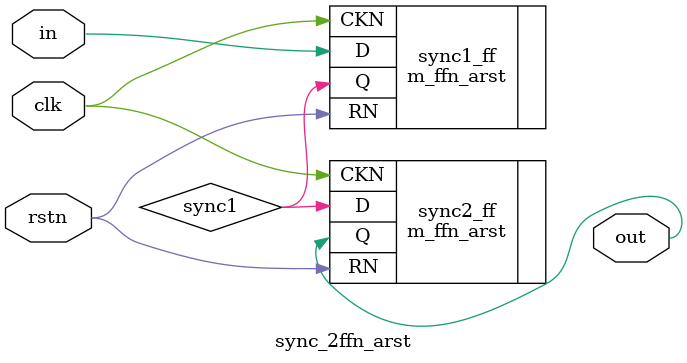
<source format=v>
module sync_2ffn_arst (
  input  rstn,
  input  clk,
  input  in,
  output out
);
   wire sync1;

   m_ffn_arst sync1_ff (.D(in)   , .CKN(clk),  .RN(rstn), .Q(sync1));
   m_ffn_arst sync2_ff (.D(sync1), .CKN(clk ), .RN(rstn), .Q(out));

 endmodule

</source>
